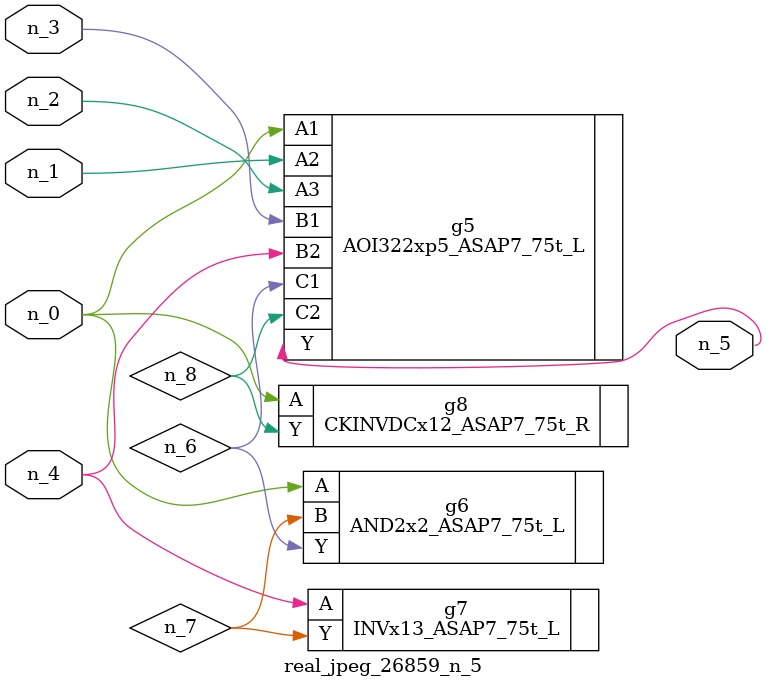
<source format=v>
module real_jpeg_26859_n_5 (n_4, n_0, n_1, n_2, n_3, n_5);

input n_4;
input n_0;
input n_1;
input n_2;
input n_3;

output n_5;

wire n_8;
wire n_6;
wire n_7;

AOI322xp5_ASAP7_75t_L g5 ( 
.A1(n_0),
.A2(n_1),
.A3(n_2),
.B1(n_3),
.B2(n_4),
.C1(n_6),
.C2(n_8),
.Y(n_5)
);

AND2x2_ASAP7_75t_L g6 ( 
.A(n_0),
.B(n_7),
.Y(n_6)
);

CKINVDCx12_ASAP7_75t_R g8 ( 
.A(n_0),
.Y(n_8)
);

INVx13_ASAP7_75t_L g7 ( 
.A(n_4),
.Y(n_7)
);


endmodule
</source>
